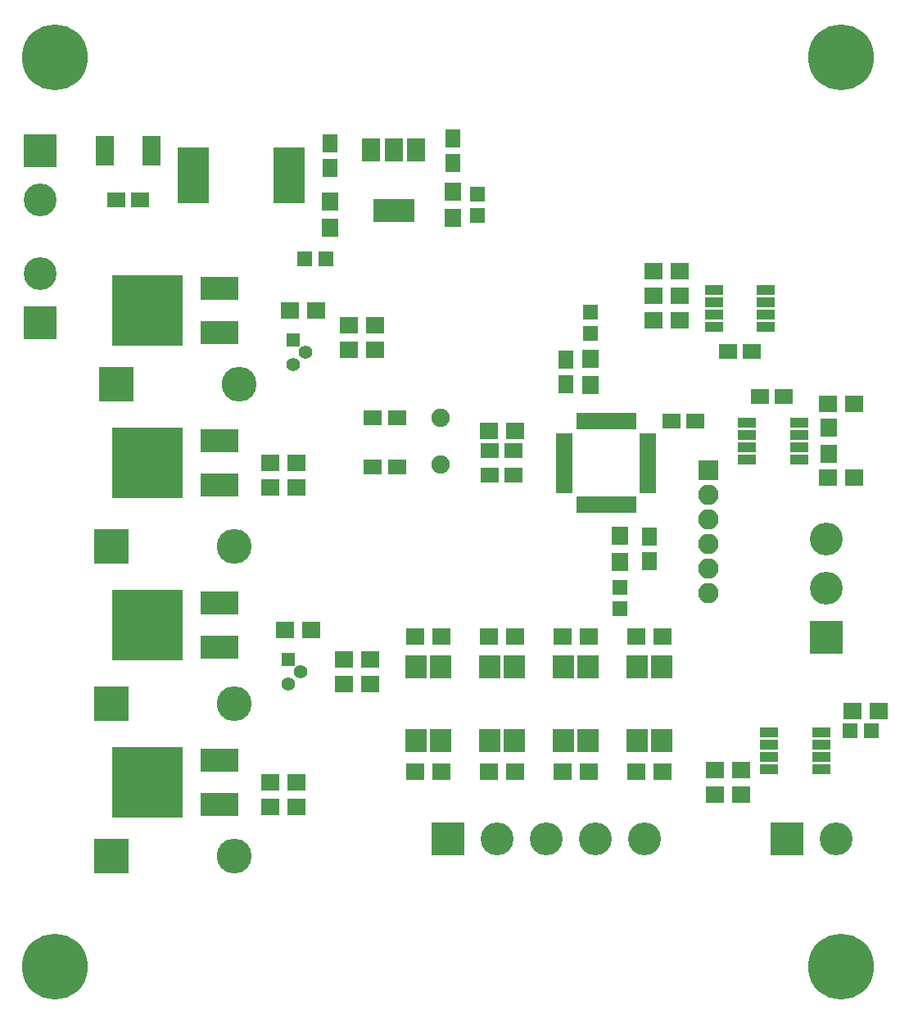
<source format=gbr>
G04 #@! TF.FileFunction,Soldermask,Top*
%FSLAX46Y46*%
G04 Gerber Fmt 4.6, Leading zero omitted, Abs format (unit mm)*
G04 Created by KiCad (PCBNEW 4.0.6) date 05/19/17 13:08:51*
%MOMM*%
%LPD*%
G01*
G04 APERTURE LIST*
%ADD10C,0.100000*%
%ADD11C,3.400000*%
%ADD12R,3.400000X3.400000*%
%ADD13R,1.900000X1.650000*%
%ADD14R,1.650000X1.900000*%
%ADD15R,1.600000X1.600000*%
%ADD16R,3.600000X3.600000*%
%ADD17O,3.600000X3.600000*%
%ADD18R,1.900000X3.100000*%
%ADD19R,2.100000X2.100000*%
%ADD20O,2.100000X2.100000*%
%ADD21R,3.300680X5.800040*%
%ADD22C,1.400000*%
%ADD23R,1.400000X1.400000*%
%ADD24R,3.900000X2.400000*%
%ADD25R,7.400000X7.400000*%
%ADD26R,1.900000X1.700000*%
%ADD27R,1.700000X1.900000*%
%ADD28R,2.180000X2.400000*%
%ADD29R,1.700000X0.650000*%
%ADD30R,0.650000X1.700000*%
%ADD31R,4.200000X2.400000*%
%ADD32R,1.900000X2.400000*%
%ADD33R,1.950000X1.000000*%
%ADD34C,1.900000*%
%ADD35C,6.800000*%
G04 APERTURE END LIST*
D10*
D11*
X86360000Y-101092000D03*
X91440000Y-101092000D03*
D12*
X81280000Y-101092000D03*
D11*
X96520000Y-101092000D03*
X101600000Y-101092000D03*
D13*
X76053000Y-57531000D03*
X73553000Y-57531000D03*
X76053000Y-62611000D03*
X73553000Y-62611000D03*
X88118000Y-60960000D03*
X85618000Y-60960000D03*
X49510000Y-35052000D03*
X47010000Y-35052000D03*
D14*
X69088000Y-29230000D03*
X69088000Y-31730000D03*
X81788000Y-31222000D03*
X81788000Y-28722000D03*
D13*
X88118000Y-63500000D03*
X85618000Y-63500000D03*
X104414000Y-57912000D03*
X106914000Y-57912000D03*
D14*
X102108000Y-69870000D03*
X102108000Y-72370000D03*
X93472000Y-54082000D03*
X93472000Y-51582000D03*
D13*
X116058000Y-55372000D03*
X113558000Y-55372000D03*
X110256000Y-50673000D03*
X112756000Y-50673000D03*
D15*
X96012000Y-48852000D03*
X96012000Y-46652000D03*
X99060000Y-75100000D03*
X99060000Y-77300000D03*
D16*
X46482000Y-102870000D03*
D17*
X59182000Y-102870000D03*
D16*
X46482000Y-87122000D03*
D17*
X59182000Y-87122000D03*
D16*
X46482000Y-70866000D03*
D17*
X59182000Y-70866000D03*
D16*
X46990000Y-54102000D03*
D17*
X59690000Y-54102000D03*
D18*
X50660000Y-29972000D03*
X45860000Y-29972000D03*
D15*
X84328000Y-36660000D03*
X84328000Y-34460000D03*
X68664000Y-41148000D03*
X66464000Y-41148000D03*
X125052000Y-89916000D03*
X122852000Y-89916000D03*
D12*
X39116000Y-47752000D03*
D11*
X39116000Y-42672000D03*
D12*
X39116000Y-29972000D03*
D11*
X39116000Y-35052000D03*
D19*
X108204000Y-62992000D03*
D20*
X108204000Y-65532000D03*
X108204000Y-68072000D03*
X108204000Y-70612000D03*
X108204000Y-73152000D03*
X108204000Y-75692000D03*
D12*
X116332000Y-101092000D03*
D11*
X121412000Y-101092000D03*
D12*
X120396000Y-80264000D03*
D11*
X120396000Y-75184000D03*
X120396000Y-70104000D03*
D21*
X54993540Y-32512000D03*
X64894460Y-32512000D03*
D22*
X66040000Y-83820000D03*
X64770000Y-85090000D03*
D23*
X64770000Y-82550000D03*
D24*
X57661000Y-81294000D03*
X57661000Y-76714000D03*
D25*
X50261000Y-78994000D03*
D24*
X57661000Y-97550000D03*
X57661000Y-92970000D03*
D25*
X50261000Y-95250000D03*
D24*
X57661000Y-48782000D03*
X57661000Y-44202000D03*
D25*
X50261000Y-46482000D03*
D24*
X57661000Y-64530000D03*
X57661000Y-59950000D03*
D25*
X50261000Y-62230000D03*
D22*
X66548000Y-50800000D03*
X65278000Y-52070000D03*
D23*
X65278000Y-49530000D03*
D26*
X65612000Y-95250000D03*
X62912000Y-95250000D03*
X73232000Y-85090000D03*
X70532000Y-85090000D03*
X70532000Y-82550000D03*
X73232000Y-82550000D03*
X62912000Y-97790000D03*
X65612000Y-97790000D03*
D27*
X96012000Y-54182000D03*
X96012000Y-51482000D03*
X99060000Y-69770000D03*
X99060000Y-72470000D03*
D26*
X85518000Y-58928000D03*
X88218000Y-58928000D03*
X67136000Y-79502000D03*
X64436000Y-79502000D03*
X77898000Y-94107000D03*
X80598000Y-94107000D03*
X85518000Y-94107000D03*
X88218000Y-94107000D03*
X93138000Y-94107000D03*
X95838000Y-94107000D03*
X100758000Y-94107000D03*
X103458000Y-94107000D03*
X80598000Y-80137000D03*
X77898000Y-80137000D03*
X88218000Y-80137000D03*
X85518000Y-80137000D03*
X95838000Y-80137000D03*
X93138000Y-80137000D03*
X103458000Y-80137000D03*
X100758000Y-80137000D03*
X67644000Y-46482000D03*
X64944000Y-46482000D03*
X73740000Y-50546000D03*
X71040000Y-50546000D03*
X65612000Y-64770000D03*
X62912000Y-64770000D03*
X73740000Y-48006000D03*
X71040000Y-48006000D03*
X65612000Y-62230000D03*
X62912000Y-62230000D03*
D27*
X81788000Y-36910000D03*
X81788000Y-34210000D03*
X69088000Y-35226000D03*
X69088000Y-37926000D03*
D26*
X108886000Y-93980000D03*
X111586000Y-93980000D03*
X102536000Y-47498000D03*
X105236000Y-47498000D03*
X102536000Y-44958000D03*
X105236000Y-44958000D03*
X102536000Y-42418000D03*
X105236000Y-42418000D03*
X123110000Y-87884000D03*
X125810000Y-87884000D03*
X123270000Y-63754000D03*
X120570000Y-63754000D03*
D27*
X120650000Y-61294000D03*
X120650000Y-58594000D03*
D26*
X120570000Y-56134000D03*
X123270000Y-56134000D03*
X108886000Y-96520000D03*
X111586000Y-96520000D03*
D28*
X77978000Y-90932000D03*
X80518000Y-83312000D03*
X80518000Y-90932000D03*
X77978000Y-83312000D03*
X85598000Y-90932000D03*
X88138000Y-83312000D03*
X88138000Y-90932000D03*
X85598000Y-83312000D03*
X93218000Y-90932000D03*
X95758000Y-83312000D03*
X95758000Y-90932000D03*
X93218000Y-83312000D03*
X100838000Y-90932000D03*
X103378000Y-83312000D03*
X103378000Y-90932000D03*
X100838000Y-83312000D03*
D29*
X93313000Y-59480000D03*
X93313000Y-59980000D03*
X93313000Y-60480000D03*
X93313000Y-60980000D03*
X93313000Y-61480000D03*
X93313000Y-61980000D03*
X93313000Y-62480000D03*
X93313000Y-62980000D03*
X93313000Y-63480000D03*
X93313000Y-63980000D03*
X93313000Y-64480000D03*
X93313000Y-64980000D03*
D30*
X94913000Y-66580000D03*
X95413000Y-66580000D03*
X95913000Y-66580000D03*
X96413000Y-66580000D03*
X96913000Y-66580000D03*
X97413000Y-66580000D03*
X97913000Y-66580000D03*
X98413000Y-66580000D03*
X98913000Y-66580000D03*
X99413000Y-66580000D03*
X99913000Y-66580000D03*
X100413000Y-66580000D03*
D29*
X102013000Y-64980000D03*
X102013000Y-64480000D03*
X102013000Y-63980000D03*
X102013000Y-63480000D03*
X102013000Y-62980000D03*
X102013000Y-62480000D03*
X102013000Y-61980000D03*
X102013000Y-61480000D03*
X102013000Y-60980000D03*
X102013000Y-60480000D03*
X102013000Y-59980000D03*
X102013000Y-59480000D03*
D30*
X100413000Y-57880000D03*
X99913000Y-57880000D03*
X99413000Y-57880000D03*
X98913000Y-57880000D03*
X98413000Y-57880000D03*
X97913000Y-57880000D03*
X97413000Y-57880000D03*
X96913000Y-57880000D03*
X96413000Y-57880000D03*
X95913000Y-57880000D03*
X95413000Y-57880000D03*
X94913000Y-57880000D03*
D31*
X75692000Y-36170000D03*
D32*
X75692000Y-29870000D03*
X73392000Y-29870000D03*
X77992000Y-29870000D03*
D33*
X114206000Y-48133000D03*
X114206000Y-46863000D03*
X114206000Y-45593000D03*
X114206000Y-44323000D03*
X108806000Y-44323000D03*
X108806000Y-45593000D03*
X108806000Y-46863000D03*
X108806000Y-48133000D03*
X114521000Y-90043000D03*
X114521000Y-91313000D03*
X114521000Y-92583000D03*
X114521000Y-93853000D03*
X119921000Y-93853000D03*
X119921000Y-92583000D03*
X119921000Y-91313000D03*
X119921000Y-90043000D03*
X112235000Y-58039000D03*
X112235000Y-59309000D03*
X112235000Y-60579000D03*
X112235000Y-61849000D03*
X117635000Y-61849000D03*
X117635000Y-60579000D03*
X117635000Y-59309000D03*
X117635000Y-58039000D03*
D34*
X80518000Y-57531000D03*
X80518000Y-62411000D03*
D35*
X40640000Y-20320000D03*
X121920000Y-20320000D03*
X121920000Y-114300000D03*
X40640000Y-114300000D03*
M02*

</source>
